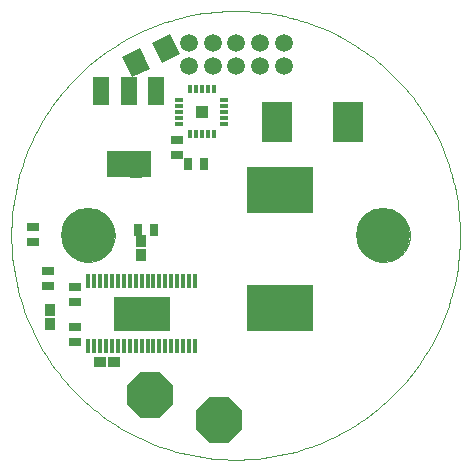
<source format=gbs>
G75*
%MOIN*%
%OFA0B0*%
%FSLAX25Y25*%
%IPPOS*%
%LPD*%
%AMOC8*
5,1,8,0,0,1.08239X$1,22.5*
%
%ADD10C,0.00000*%
%ADD11C,0.18117*%
%ADD12C,0.00039*%
%ADD13R,0.01640X0.04731*%
%ADD14R,0.19101X0.11227*%
%ADD15R,0.22054X0.15557*%
%ADD16R,0.03313X0.04042*%
%ADD17R,0.03943X0.03156*%
%ADD18R,0.04042X0.03313*%
%ADD19R,0.10243X0.13195*%
%ADD20R,0.03156X0.03943*%
%ADD21R,0.04337X0.04337*%
%ADD22R,0.02959X0.01581*%
%ADD23R,0.01581X0.02959*%
%ADD24R,0.06699X0.07487*%
%ADD25OC8,0.15400*%
%ADD26R,0.04400X0.04400*%
%ADD27R,0.05200X0.09200*%
%ADD28R,0.14573X0.09061*%
%ADD29C,0.05943*%
D10*
X0031167Y0092072D02*
X0031170Y0092289D01*
X0031178Y0092507D01*
X0031191Y0092724D01*
X0031210Y0092940D01*
X0031234Y0093156D01*
X0031263Y0093372D01*
X0031297Y0093586D01*
X0031337Y0093800D01*
X0031382Y0094013D01*
X0031432Y0094224D01*
X0031488Y0094435D01*
X0031548Y0094643D01*
X0031614Y0094851D01*
X0031685Y0095056D01*
X0031761Y0095260D01*
X0031841Y0095462D01*
X0031927Y0095662D01*
X0032017Y0095859D01*
X0032113Y0096055D01*
X0032213Y0096248D01*
X0032318Y0096438D01*
X0032427Y0096626D01*
X0032541Y0096811D01*
X0032660Y0096993D01*
X0032783Y0097173D01*
X0032910Y0097349D01*
X0033042Y0097522D01*
X0033178Y0097691D01*
X0033318Y0097858D01*
X0033462Y0098021D01*
X0033610Y0098180D01*
X0033761Y0098336D01*
X0033917Y0098487D01*
X0034076Y0098635D01*
X0034239Y0098779D01*
X0034406Y0098919D01*
X0034575Y0099055D01*
X0034748Y0099187D01*
X0034924Y0099314D01*
X0035104Y0099437D01*
X0035286Y0099556D01*
X0035471Y0099670D01*
X0035659Y0099779D01*
X0035849Y0099884D01*
X0036042Y0099984D01*
X0036238Y0100080D01*
X0036435Y0100170D01*
X0036635Y0100256D01*
X0036837Y0100336D01*
X0037041Y0100412D01*
X0037246Y0100483D01*
X0037454Y0100549D01*
X0037662Y0100609D01*
X0037873Y0100665D01*
X0038084Y0100715D01*
X0038297Y0100760D01*
X0038511Y0100800D01*
X0038725Y0100834D01*
X0038941Y0100863D01*
X0039157Y0100887D01*
X0039373Y0100906D01*
X0039590Y0100919D01*
X0039808Y0100927D01*
X0040025Y0100930D01*
X0040242Y0100927D01*
X0040460Y0100919D01*
X0040677Y0100906D01*
X0040893Y0100887D01*
X0041109Y0100863D01*
X0041325Y0100834D01*
X0041539Y0100800D01*
X0041753Y0100760D01*
X0041966Y0100715D01*
X0042177Y0100665D01*
X0042388Y0100609D01*
X0042596Y0100549D01*
X0042804Y0100483D01*
X0043009Y0100412D01*
X0043213Y0100336D01*
X0043415Y0100256D01*
X0043615Y0100170D01*
X0043812Y0100080D01*
X0044008Y0099984D01*
X0044201Y0099884D01*
X0044391Y0099779D01*
X0044579Y0099670D01*
X0044764Y0099556D01*
X0044946Y0099437D01*
X0045126Y0099314D01*
X0045302Y0099187D01*
X0045475Y0099055D01*
X0045644Y0098919D01*
X0045811Y0098779D01*
X0045974Y0098635D01*
X0046133Y0098487D01*
X0046289Y0098336D01*
X0046440Y0098180D01*
X0046588Y0098021D01*
X0046732Y0097858D01*
X0046872Y0097691D01*
X0047008Y0097522D01*
X0047140Y0097349D01*
X0047267Y0097173D01*
X0047390Y0096993D01*
X0047509Y0096811D01*
X0047623Y0096626D01*
X0047732Y0096438D01*
X0047837Y0096248D01*
X0047937Y0096055D01*
X0048033Y0095859D01*
X0048123Y0095662D01*
X0048209Y0095462D01*
X0048289Y0095260D01*
X0048365Y0095056D01*
X0048436Y0094851D01*
X0048502Y0094643D01*
X0048562Y0094435D01*
X0048618Y0094224D01*
X0048668Y0094013D01*
X0048713Y0093800D01*
X0048753Y0093586D01*
X0048787Y0093372D01*
X0048816Y0093156D01*
X0048840Y0092940D01*
X0048859Y0092724D01*
X0048872Y0092507D01*
X0048880Y0092289D01*
X0048883Y0092072D01*
X0048880Y0091855D01*
X0048872Y0091637D01*
X0048859Y0091420D01*
X0048840Y0091204D01*
X0048816Y0090988D01*
X0048787Y0090772D01*
X0048753Y0090558D01*
X0048713Y0090344D01*
X0048668Y0090131D01*
X0048618Y0089920D01*
X0048562Y0089709D01*
X0048502Y0089501D01*
X0048436Y0089293D01*
X0048365Y0089088D01*
X0048289Y0088884D01*
X0048209Y0088682D01*
X0048123Y0088482D01*
X0048033Y0088285D01*
X0047937Y0088089D01*
X0047837Y0087896D01*
X0047732Y0087706D01*
X0047623Y0087518D01*
X0047509Y0087333D01*
X0047390Y0087151D01*
X0047267Y0086971D01*
X0047140Y0086795D01*
X0047008Y0086622D01*
X0046872Y0086453D01*
X0046732Y0086286D01*
X0046588Y0086123D01*
X0046440Y0085964D01*
X0046289Y0085808D01*
X0046133Y0085657D01*
X0045974Y0085509D01*
X0045811Y0085365D01*
X0045644Y0085225D01*
X0045475Y0085089D01*
X0045302Y0084957D01*
X0045126Y0084830D01*
X0044946Y0084707D01*
X0044764Y0084588D01*
X0044579Y0084474D01*
X0044391Y0084365D01*
X0044201Y0084260D01*
X0044008Y0084160D01*
X0043812Y0084064D01*
X0043615Y0083974D01*
X0043415Y0083888D01*
X0043213Y0083808D01*
X0043009Y0083732D01*
X0042804Y0083661D01*
X0042596Y0083595D01*
X0042388Y0083535D01*
X0042177Y0083479D01*
X0041966Y0083429D01*
X0041753Y0083384D01*
X0041539Y0083344D01*
X0041325Y0083310D01*
X0041109Y0083281D01*
X0040893Y0083257D01*
X0040677Y0083238D01*
X0040460Y0083225D01*
X0040242Y0083217D01*
X0040025Y0083214D01*
X0039808Y0083217D01*
X0039590Y0083225D01*
X0039373Y0083238D01*
X0039157Y0083257D01*
X0038941Y0083281D01*
X0038725Y0083310D01*
X0038511Y0083344D01*
X0038297Y0083384D01*
X0038084Y0083429D01*
X0037873Y0083479D01*
X0037662Y0083535D01*
X0037454Y0083595D01*
X0037246Y0083661D01*
X0037041Y0083732D01*
X0036837Y0083808D01*
X0036635Y0083888D01*
X0036435Y0083974D01*
X0036238Y0084064D01*
X0036042Y0084160D01*
X0035849Y0084260D01*
X0035659Y0084365D01*
X0035471Y0084474D01*
X0035286Y0084588D01*
X0035104Y0084707D01*
X0034924Y0084830D01*
X0034748Y0084957D01*
X0034575Y0085089D01*
X0034406Y0085225D01*
X0034239Y0085365D01*
X0034076Y0085509D01*
X0033917Y0085657D01*
X0033761Y0085808D01*
X0033610Y0085964D01*
X0033462Y0086123D01*
X0033318Y0086286D01*
X0033178Y0086453D01*
X0033042Y0086622D01*
X0032910Y0086795D01*
X0032783Y0086971D01*
X0032660Y0087151D01*
X0032541Y0087333D01*
X0032427Y0087518D01*
X0032318Y0087706D01*
X0032213Y0087896D01*
X0032113Y0088089D01*
X0032017Y0088285D01*
X0031927Y0088482D01*
X0031841Y0088682D01*
X0031761Y0088884D01*
X0031685Y0089088D01*
X0031614Y0089293D01*
X0031548Y0089501D01*
X0031488Y0089709D01*
X0031432Y0089920D01*
X0031382Y0090131D01*
X0031337Y0090344D01*
X0031297Y0090558D01*
X0031263Y0090772D01*
X0031234Y0090988D01*
X0031210Y0091204D01*
X0031191Y0091420D01*
X0031178Y0091637D01*
X0031170Y0091855D01*
X0031167Y0092072D01*
X0129592Y0092072D02*
X0129595Y0092289D01*
X0129603Y0092507D01*
X0129616Y0092724D01*
X0129635Y0092940D01*
X0129659Y0093156D01*
X0129688Y0093372D01*
X0129722Y0093586D01*
X0129762Y0093800D01*
X0129807Y0094013D01*
X0129857Y0094224D01*
X0129913Y0094435D01*
X0129973Y0094643D01*
X0130039Y0094851D01*
X0130110Y0095056D01*
X0130186Y0095260D01*
X0130266Y0095462D01*
X0130352Y0095662D01*
X0130442Y0095859D01*
X0130538Y0096055D01*
X0130638Y0096248D01*
X0130743Y0096438D01*
X0130852Y0096626D01*
X0130966Y0096811D01*
X0131085Y0096993D01*
X0131208Y0097173D01*
X0131335Y0097349D01*
X0131467Y0097522D01*
X0131603Y0097691D01*
X0131743Y0097858D01*
X0131887Y0098021D01*
X0132035Y0098180D01*
X0132186Y0098336D01*
X0132342Y0098487D01*
X0132501Y0098635D01*
X0132664Y0098779D01*
X0132831Y0098919D01*
X0133000Y0099055D01*
X0133173Y0099187D01*
X0133349Y0099314D01*
X0133529Y0099437D01*
X0133711Y0099556D01*
X0133896Y0099670D01*
X0134084Y0099779D01*
X0134274Y0099884D01*
X0134467Y0099984D01*
X0134663Y0100080D01*
X0134860Y0100170D01*
X0135060Y0100256D01*
X0135262Y0100336D01*
X0135466Y0100412D01*
X0135671Y0100483D01*
X0135879Y0100549D01*
X0136087Y0100609D01*
X0136298Y0100665D01*
X0136509Y0100715D01*
X0136722Y0100760D01*
X0136936Y0100800D01*
X0137150Y0100834D01*
X0137366Y0100863D01*
X0137582Y0100887D01*
X0137798Y0100906D01*
X0138015Y0100919D01*
X0138233Y0100927D01*
X0138450Y0100930D01*
X0138667Y0100927D01*
X0138885Y0100919D01*
X0139102Y0100906D01*
X0139318Y0100887D01*
X0139534Y0100863D01*
X0139750Y0100834D01*
X0139964Y0100800D01*
X0140178Y0100760D01*
X0140391Y0100715D01*
X0140602Y0100665D01*
X0140813Y0100609D01*
X0141021Y0100549D01*
X0141229Y0100483D01*
X0141434Y0100412D01*
X0141638Y0100336D01*
X0141840Y0100256D01*
X0142040Y0100170D01*
X0142237Y0100080D01*
X0142433Y0099984D01*
X0142626Y0099884D01*
X0142816Y0099779D01*
X0143004Y0099670D01*
X0143189Y0099556D01*
X0143371Y0099437D01*
X0143551Y0099314D01*
X0143727Y0099187D01*
X0143900Y0099055D01*
X0144069Y0098919D01*
X0144236Y0098779D01*
X0144399Y0098635D01*
X0144558Y0098487D01*
X0144714Y0098336D01*
X0144865Y0098180D01*
X0145013Y0098021D01*
X0145157Y0097858D01*
X0145297Y0097691D01*
X0145433Y0097522D01*
X0145565Y0097349D01*
X0145692Y0097173D01*
X0145815Y0096993D01*
X0145934Y0096811D01*
X0146048Y0096626D01*
X0146157Y0096438D01*
X0146262Y0096248D01*
X0146362Y0096055D01*
X0146458Y0095859D01*
X0146548Y0095662D01*
X0146634Y0095462D01*
X0146714Y0095260D01*
X0146790Y0095056D01*
X0146861Y0094851D01*
X0146927Y0094643D01*
X0146987Y0094435D01*
X0147043Y0094224D01*
X0147093Y0094013D01*
X0147138Y0093800D01*
X0147178Y0093586D01*
X0147212Y0093372D01*
X0147241Y0093156D01*
X0147265Y0092940D01*
X0147284Y0092724D01*
X0147297Y0092507D01*
X0147305Y0092289D01*
X0147308Y0092072D01*
X0147305Y0091855D01*
X0147297Y0091637D01*
X0147284Y0091420D01*
X0147265Y0091204D01*
X0147241Y0090988D01*
X0147212Y0090772D01*
X0147178Y0090558D01*
X0147138Y0090344D01*
X0147093Y0090131D01*
X0147043Y0089920D01*
X0146987Y0089709D01*
X0146927Y0089501D01*
X0146861Y0089293D01*
X0146790Y0089088D01*
X0146714Y0088884D01*
X0146634Y0088682D01*
X0146548Y0088482D01*
X0146458Y0088285D01*
X0146362Y0088089D01*
X0146262Y0087896D01*
X0146157Y0087706D01*
X0146048Y0087518D01*
X0145934Y0087333D01*
X0145815Y0087151D01*
X0145692Y0086971D01*
X0145565Y0086795D01*
X0145433Y0086622D01*
X0145297Y0086453D01*
X0145157Y0086286D01*
X0145013Y0086123D01*
X0144865Y0085964D01*
X0144714Y0085808D01*
X0144558Y0085657D01*
X0144399Y0085509D01*
X0144236Y0085365D01*
X0144069Y0085225D01*
X0143900Y0085089D01*
X0143727Y0084957D01*
X0143551Y0084830D01*
X0143371Y0084707D01*
X0143189Y0084588D01*
X0143004Y0084474D01*
X0142816Y0084365D01*
X0142626Y0084260D01*
X0142433Y0084160D01*
X0142237Y0084064D01*
X0142040Y0083974D01*
X0141840Y0083888D01*
X0141638Y0083808D01*
X0141434Y0083732D01*
X0141229Y0083661D01*
X0141021Y0083595D01*
X0140813Y0083535D01*
X0140602Y0083479D01*
X0140391Y0083429D01*
X0140178Y0083384D01*
X0139964Y0083344D01*
X0139750Y0083310D01*
X0139534Y0083281D01*
X0139318Y0083257D01*
X0139102Y0083238D01*
X0138885Y0083225D01*
X0138667Y0083217D01*
X0138450Y0083214D01*
X0138233Y0083217D01*
X0138015Y0083225D01*
X0137798Y0083238D01*
X0137582Y0083257D01*
X0137366Y0083281D01*
X0137150Y0083310D01*
X0136936Y0083344D01*
X0136722Y0083384D01*
X0136509Y0083429D01*
X0136298Y0083479D01*
X0136087Y0083535D01*
X0135879Y0083595D01*
X0135671Y0083661D01*
X0135466Y0083732D01*
X0135262Y0083808D01*
X0135060Y0083888D01*
X0134860Y0083974D01*
X0134663Y0084064D01*
X0134467Y0084160D01*
X0134274Y0084260D01*
X0134084Y0084365D01*
X0133896Y0084474D01*
X0133711Y0084588D01*
X0133529Y0084707D01*
X0133349Y0084830D01*
X0133173Y0084957D01*
X0133000Y0085089D01*
X0132831Y0085225D01*
X0132664Y0085365D01*
X0132501Y0085509D01*
X0132342Y0085657D01*
X0132186Y0085808D01*
X0132035Y0085964D01*
X0131887Y0086123D01*
X0131743Y0086286D01*
X0131603Y0086453D01*
X0131467Y0086622D01*
X0131335Y0086795D01*
X0131208Y0086971D01*
X0131085Y0087151D01*
X0130966Y0087333D01*
X0130852Y0087518D01*
X0130743Y0087706D01*
X0130638Y0087896D01*
X0130538Y0088089D01*
X0130442Y0088285D01*
X0130352Y0088482D01*
X0130266Y0088682D01*
X0130186Y0088884D01*
X0130110Y0089088D01*
X0130039Y0089293D01*
X0129973Y0089501D01*
X0129913Y0089709D01*
X0129857Y0089920D01*
X0129807Y0090131D01*
X0129762Y0090344D01*
X0129722Y0090558D01*
X0129688Y0090772D01*
X0129659Y0090988D01*
X0129635Y0091204D01*
X0129616Y0091420D01*
X0129603Y0091637D01*
X0129595Y0091855D01*
X0129592Y0092072D01*
D11*
X0138450Y0092072D03*
X0040025Y0092072D03*
D12*
X0014435Y0092072D02*
X0014458Y0093908D01*
X0014525Y0095742D01*
X0014638Y0097575D01*
X0014795Y0099404D01*
X0014998Y0101229D01*
X0015245Y0103048D01*
X0015536Y0104860D01*
X0015872Y0106665D01*
X0016253Y0108461D01*
X0016677Y0110248D01*
X0017145Y0112023D01*
X0017656Y0113786D01*
X0018210Y0115536D01*
X0018808Y0117272D01*
X0019447Y0118993D01*
X0020129Y0120698D01*
X0020852Y0122385D01*
X0021617Y0124054D01*
X0022422Y0125704D01*
X0023268Y0127334D01*
X0024153Y0128942D01*
X0025077Y0130528D01*
X0026040Y0132091D01*
X0027042Y0133630D01*
X0028080Y0135144D01*
X0029156Y0136632D01*
X0030267Y0138093D01*
X0031414Y0139527D01*
X0032597Y0140931D01*
X0033813Y0142307D01*
X0035062Y0143652D01*
X0036344Y0144966D01*
X0037658Y0146248D01*
X0039003Y0147497D01*
X0040379Y0148713D01*
X0041783Y0149896D01*
X0043217Y0151043D01*
X0044678Y0152154D01*
X0046166Y0153230D01*
X0047680Y0154268D01*
X0049219Y0155270D01*
X0050782Y0156233D01*
X0052368Y0157157D01*
X0053976Y0158042D01*
X0055606Y0158888D01*
X0057256Y0159693D01*
X0058925Y0160458D01*
X0060612Y0161181D01*
X0062317Y0161863D01*
X0064038Y0162502D01*
X0065774Y0163100D01*
X0067524Y0163654D01*
X0069287Y0164165D01*
X0071062Y0164633D01*
X0072849Y0165057D01*
X0074645Y0165438D01*
X0076450Y0165774D01*
X0078262Y0166065D01*
X0080081Y0166312D01*
X0081906Y0166515D01*
X0083735Y0166672D01*
X0085568Y0166785D01*
X0087402Y0166852D01*
X0089238Y0166875D01*
X0091074Y0166852D01*
X0092908Y0166785D01*
X0094741Y0166672D01*
X0096570Y0166515D01*
X0098395Y0166312D01*
X0100214Y0166065D01*
X0102026Y0165774D01*
X0103831Y0165438D01*
X0105627Y0165057D01*
X0107414Y0164633D01*
X0109189Y0164165D01*
X0110952Y0163654D01*
X0112702Y0163100D01*
X0114438Y0162502D01*
X0116159Y0161863D01*
X0117864Y0161181D01*
X0119551Y0160458D01*
X0121220Y0159693D01*
X0122870Y0158888D01*
X0124500Y0158042D01*
X0126108Y0157157D01*
X0127694Y0156233D01*
X0129257Y0155270D01*
X0130796Y0154268D01*
X0132310Y0153230D01*
X0133798Y0152154D01*
X0135259Y0151043D01*
X0136693Y0149896D01*
X0138097Y0148713D01*
X0139473Y0147497D01*
X0140818Y0146248D01*
X0142132Y0144966D01*
X0143414Y0143652D01*
X0144663Y0142307D01*
X0145879Y0140931D01*
X0147062Y0139527D01*
X0148209Y0138093D01*
X0149320Y0136632D01*
X0150396Y0135144D01*
X0151434Y0133630D01*
X0152436Y0132091D01*
X0153399Y0130528D01*
X0154323Y0128942D01*
X0155208Y0127334D01*
X0156054Y0125704D01*
X0156859Y0124054D01*
X0157624Y0122385D01*
X0158347Y0120698D01*
X0159029Y0118993D01*
X0159668Y0117272D01*
X0160266Y0115536D01*
X0160820Y0113786D01*
X0161331Y0112023D01*
X0161799Y0110248D01*
X0162223Y0108461D01*
X0162604Y0106665D01*
X0162940Y0104860D01*
X0163231Y0103048D01*
X0163478Y0101229D01*
X0163681Y0099404D01*
X0163838Y0097575D01*
X0163951Y0095742D01*
X0164018Y0093908D01*
X0164041Y0092072D01*
X0164018Y0090236D01*
X0163951Y0088402D01*
X0163838Y0086569D01*
X0163681Y0084740D01*
X0163478Y0082915D01*
X0163231Y0081096D01*
X0162940Y0079284D01*
X0162604Y0077479D01*
X0162223Y0075683D01*
X0161799Y0073896D01*
X0161331Y0072121D01*
X0160820Y0070358D01*
X0160266Y0068608D01*
X0159668Y0066872D01*
X0159029Y0065151D01*
X0158347Y0063446D01*
X0157624Y0061759D01*
X0156859Y0060090D01*
X0156054Y0058440D01*
X0155208Y0056810D01*
X0154323Y0055202D01*
X0153399Y0053616D01*
X0152436Y0052053D01*
X0151434Y0050514D01*
X0150396Y0049000D01*
X0149320Y0047512D01*
X0148209Y0046051D01*
X0147062Y0044617D01*
X0145879Y0043213D01*
X0144663Y0041837D01*
X0143414Y0040492D01*
X0142132Y0039178D01*
X0140818Y0037896D01*
X0139473Y0036647D01*
X0138097Y0035431D01*
X0136693Y0034248D01*
X0135259Y0033101D01*
X0133798Y0031990D01*
X0132310Y0030914D01*
X0130796Y0029876D01*
X0129257Y0028874D01*
X0127694Y0027911D01*
X0126108Y0026987D01*
X0124500Y0026102D01*
X0122870Y0025256D01*
X0121220Y0024451D01*
X0119551Y0023686D01*
X0117864Y0022963D01*
X0116159Y0022281D01*
X0114438Y0021642D01*
X0112702Y0021044D01*
X0110952Y0020490D01*
X0109189Y0019979D01*
X0107414Y0019511D01*
X0105627Y0019087D01*
X0103831Y0018706D01*
X0102026Y0018370D01*
X0100214Y0018079D01*
X0098395Y0017832D01*
X0096570Y0017629D01*
X0094741Y0017472D01*
X0092908Y0017359D01*
X0091074Y0017292D01*
X0089238Y0017269D01*
X0087402Y0017292D01*
X0085568Y0017359D01*
X0083735Y0017472D01*
X0081906Y0017629D01*
X0080081Y0017832D01*
X0078262Y0018079D01*
X0076450Y0018370D01*
X0074645Y0018706D01*
X0072849Y0019087D01*
X0071062Y0019511D01*
X0069287Y0019979D01*
X0067524Y0020490D01*
X0065774Y0021044D01*
X0064038Y0021642D01*
X0062317Y0022281D01*
X0060612Y0022963D01*
X0058925Y0023686D01*
X0057256Y0024451D01*
X0055606Y0025256D01*
X0053976Y0026102D01*
X0052368Y0026987D01*
X0050782Y0027911D01*
X0049219Y0028874D01*
X0047680Y0029876D01*
X0046166Y0030914D01*
X0044678Y0031990D01*
X0043217Y0033101D01*
X0041783Y0034248D01*
X0040379Y0035431D01*
X0039003Y0036647D01*
X0037658Y0037896D01*
X0036344Y0039178D01*
X0035062Y0040492D01*
X0033813Y0041837D01*
X0032597Y0043213D01*
X0031414Y0044617D01*
X0030267Y0046051D01*
X0029156Y0047512D01*
X0028080Y0049000D01*
X0027042Y0050514D01*
X0026040Y0052053D01*
X0025077Y0053616D01*
X0024153Y0055202D01*
X0023268Y0056810D01*
X0022422Y0058440D01*
X0021617Y0060090D01*
X0020852Y0061759D01*
X0020129Y0063446D01*
X0019447Y0065151D01*
X0018808Y0066872D01*
X0018210Y0068608D01*
X0017656Y0070358D01*
X0017145Y0072121D01*
X0016677Y0073896D01*
X0016253Y0075683D01*
X0015872Y0077479D01*
X0015536Y0079284D01*
X0015245Y0081096D01*
X0014998Y0082915D01*
X0014795Y0084740D01*
X0014638Y0086569D01*
X0014525Y0088402D01*
X0014458Y0090236D01*
X0014435Y0092072D01*
D13*
X0040163Y0076679D03*
X0042131Y0076679D03*
X0044100Y0076679D03*
X0046069Y0076679D03*
X0048037Y0076679D03*
X0050006Y0076679D03*
X0051974Y0076679D03*
X0053943Y0076679D03*
X0055911Y0076679D03*
X0057880Y0076679D03*
X0059848Y0076679D03*
X0061817Y0076679D03*
X0063785Y0076679D03*
X0065754Y0076679D03*
X0067722Y0076679D03*
X0069691Y0076679D03*
X0071659Y0076679D03*
X0073628Y0076679D03*
X0075596Y0076679D03*
X0075596Y0055025D03*
X0073628Y0055025D03*
X0071659Y0055025D03*
X0069691Y0055025D03*
X0067722Y0055025D03*
X0065754Y0055025D03*
X0063785Y0055025D03*
X0061817Y0055025D03*
X0059848Y0055025D03*
X0057880Y0055025D03*
X0055911Y0055025D03*
X0053943Y0055025D03*
X0051974Y0055025D03*
X0050006Y0055025D03*
X0048037Y0055025D03*
X0046069Y0055025D03*
X0044100Y0055025D03*
X0042131Y0055025D03*
X0040163Y0055025D03*
D14*
X0057880Y0065852D03*
D15*
X0103883Y0067998D03*
X0103883Y0107171D03*
D16*
X0057545Y0090084D03*
X0057545Y0085360D03*
X0027466Y0067131D03*
X0027466Y0062407D03*
D17*
X0035655Y0061620D03*
X0035655Y0056502D03*
X0035655Y0069848D03*
X0035655Y0074966D03*
X0026639Y0075163D03*
X0026639Y0080281D03*
X0021817Y0089868D03*
X0021817Y0094986D03*
X0069631Y0118805D03*
X0069631Y0123923D03*
D18*
X0043883Y0049691D03*
X0048608Y0049691D03*
D19*
X0103041Y0129714D03*
X0126663Y0129714D03*
D20*
X0078569Y0115694D03*
X0073450Y0115694D03*
X0061895Y0093982D03*
X0056777Y0093982D03*
D21*
X0077919Y0133194D03*
D22*
X0085399Y0133194D03*
X0085399Y0131226D03*
X0085399Y0129257D03*
X0085399Y0135163D03*
X0085399Y0137131D03*
X0070439Y0137131D03*
X0070439Y0135163D03*
X0070439Y0133194D03*
X0070439Y0131226D03*
X0070439Y0129257D03*
D23*
X0073982Y0125714D03*
X0075950Y0125714D03*
X0077919Y0125714D03*
X0079887Y0125714D03*
X0081856Y0125714D03*
X0081856Y0140675D03*
X0079887Y0140675D03*
X0077919Y0140675D03*
X0075950Y0140675D03*
X0073982Y0140675D03*
D24*
G36*
X0061227Y0156246D02*
X0067246Y0159182D01*
X0070527Y0152454D01*
X0064508Y0149518D01*
X0061227Y0156246D01*
G37*
G36*
X0051319Y0151414D02*
X0057338Y0154350D01*
X0060619Y0147622D01*
X0054600Y0144686D01*
X0051319Y0151414D01*
G37*
D25*
X0060728Y0038675D03*
X0083548Y0030569D03*
D26*
X0056128Y0113218D03*
X0058628Y0118218D03*
X0053628Y0118218D03*
D27*
X0053569Y0140178D03*
X0062669Y0140178D03*
X0044469Y0140178D03*
D28*
X0053569Y0115777D03*
D29*
X0073726Y0148372D03*
X0073726Y0156246D03*
X0081600Y0156246D03*
X0081600Y0148372D03*
X0089474Y0148372D03*
X0089474Y0156246D03*
X0097348Y0156246D03*
X0105222Y0156246D03*
X0105222Y0148372D03*
X0097348Y0148372D03*
M02*

</source>
